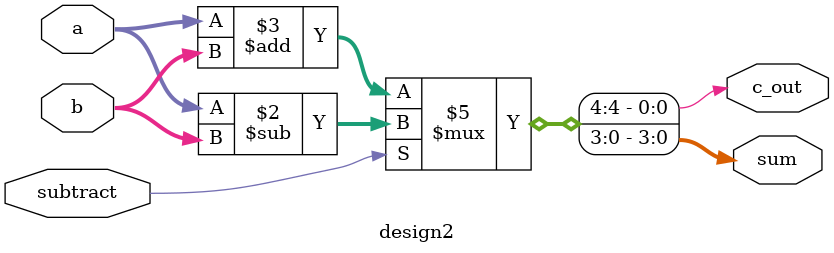
<source format=sv>
module design2 (
  input [3:0] a,
  input [3:0] b,
  input subtract,
  output reg c_out,
  output reg [3:0] sum
);

always @(*) begin
  if (subtract)
    {c_out, sum} = a - b;
  else
    {c_out, sum} = a + b;
end

endmodule: design2

</source>
